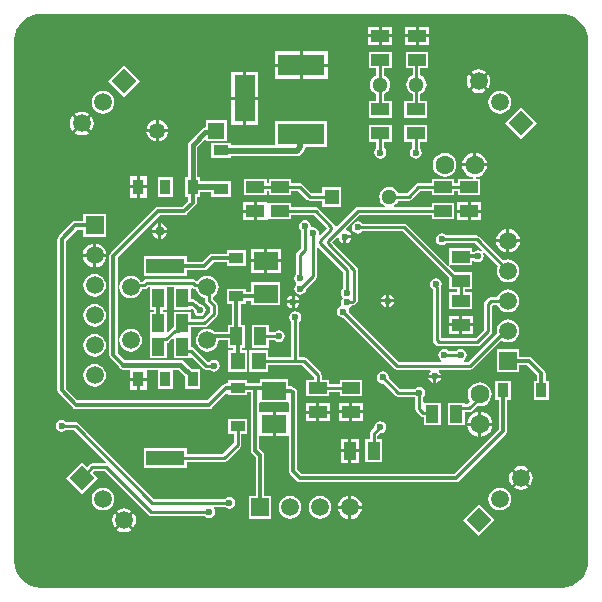
<source format=gbl>
G04*
G04 #@! TF.GenerationSoftware,Altium Limited,Altium Designer,20.0.10 (225)*
G04*
G04 Layer_Physical_Order=2*
G04 Layer_Color=16711680*
%FSLAX25Y25*%
%MOIN*%
G70*
G01*
G75*
%ADD18C,0.01000*%
%ADD37R,0.04000X0.06000*%
%ADD42C,0.01181*%
%ADD43C,0.06299*%
%ADD44C,0.05906*%
%ADD45R,0.07087X0.15748*%
%ADD46R,0.15748X0.07087*%
%ADD47R,0.05315X0.05315*%
%ADD48C,0.05315*%
%ADD49R,0.05906X0.05906*%
%ADD50R,0.05906X0.05906*%
%ADD51C,0.05118*%
%ADD52P,0.08352X4X270.0*%
%ADD53P,0.08352X4X180.0*%
%ADD54R,0.05039X0.05039*%
%ADD55C,0.05039*%
%ADD56C,0.02362*%
%ADD57C,0.03150*%
%ADD58R,0.12756X0.05158*%
%ADD59R,0.03661X0.05158*%
%ADD60R,0.06000X0.04000*%
%ADD61R,0.03583X0.04803*%
%ADD62R,0.04724X0.05512*%
%ADD63R,0.04803X0.03583*%
%ADD64R,0.08000X0.06000*%
%ADD65C,0.01575*%
%ADD66C,0.01968*%
G36*
X186805Y193914D02*
X188502Y193399D01*
X190067Y192563D01*
X191438Y191438D01*
X192563Y190067D01*
X193399Y188502D01*
X193914Y186805D01*
X194081Y185115D01*
X194071Y185039D01*
Y11811D01*
X194081Y11736D01*
X193914Y10046D01*
X193399Y8348D01*
X192563Y6784D01*
X191438Y5413D01*
X190067Y4287D01*
X188502Y3451D01*
X186805Y2936D01*
X185527Y2810D01*
X185039Y2780D01*
X184545Y2780D01*
X12307D01*
X11811Y2780D01*
X11324Y2810D01*
X10046Y2936D01*
X8348Y3451D01*
X6784Y4287D01*
X5413Y5413D01*
X4287Y6784D01*
X3451Y8348D01*
X2936Y10046D01*
X2810Y11324D01*
X2780Y11811D01*
X2780Y12311D01*
X2780Y184544D01*
X2780Y185039D01*
X2810Y185527D01*
X2936Y186805D01*
X3451Y188502D01*
X4287Y190067D01*
X5413Y191438D01*
X6784Y192563D01*
X8348Y193399D01*
X10046Y193914D01*
X11736Y194081D01*
X11811Y194071D01*
X185039D01*
X185115Y194081D01*
X186805Y193914D01*
D02*
G37*
%LPC*%
G36*
X128803Y189677D02*
X125303D01*
Y187177D01*
X128803D01*
Y189677D01*
D02*
G37*
G36*
X124303D02*
X120803D01*
Y187177D01*
X124303D01*
Y189677D01*
D02*
G37*
G36*
X141008Y189677D02*
X137508D01*
Y187177D01*
X141008D01*
Y189677D01*
D02*
G37*
G36*
X136508D02*
X133008D01*
Y187177D01*
X136508D01*
Y189677D01*
D02*
G37*
G36*
X128803Y186177D02*
X125303D01*
Y183677D01*
X128803D01*
Y186177D01*
D02*
G37*
G36*
X124303D02*
X120803D01*
Y183677D01*
X124303D01*
Y186177D01*
D02*
G37*
G36*
X141008Y186177D02*
X137508D01*
Y183677D01*
X141008D01*
Y186177D01*
D02*
G37*
G36*
X136508D02*
X133008D01*
Y183677D01*
X136508D01*
Y186177D01*
D02*
G37*
G36*
X107299Y181512D02*
X98925D01*
Y177469D01*
X107299D01*
Y181512D01*
D02*
G37*
G36*
X97925D02*
X89551D01*
Y177469D01*
X97925D01*
Y181512D01*
D02*
G37*
G36*
X107299Y176469D02*
X98925D01*
Y172425D01*
X107299D01*
Y176469D01*
D02*
G37*
G36*
X97925D02*
X89551D01*
Y172425D01*
X97925D01*
Y176469D01*
D02*
G37*
G36*
X157496Y175625D02*
X156464Y175489D01*
X155502Y175091D01*
X155077Y174764D01*
X157496Y172345D01*
X159915Y174764D01*
X159489Y175091D01*
X158528Y175489D01*
X157496Y175625D01*
D02*
G37*
G36*
X160622Y174057D02*
X158203Y171638D01*
X160622Y169219D01*
X160949Y169645D01*
X161347Y170606D01*
X161483Y171638D01*
X161347Y172670D01*
X160949Y173631D01*
X160622Y174057D01*
D02*
G37*
G36*
X154370Y174057D02*
X154043Y173631D01*
X153645Y172670D01*
X153509Y171638D01*
X153645Y170606D01*
X154043Y169645D01*
X154370Y169219D01*
X156789Y171638D01*
X154370Y174057D01*
D02*
G37*
G36*
X157496Y170931D02*
X155077Y168512D01*
X155502Y168185D01*
X156464Y167787D01*
X157496Y167651D01*
X158528Y167787D01*
X159489Y168185D01*
X159915Y168512D01*
X157496Y170931D01*
D02*
G37*
G36*
X84071Y174819D02*
X80028D01*
Y166445D01*
X84071D01*
Y174819D01*
D02*
G37*
G36*
X79028D02*
X74984D01*
Y166445D01*
X79028D01*
Y174819D01*
D02*
G37*
G36*
X39355Y176927D02*
X34065Y171638D01*
X39355Y166349D01*
X44644Y171638D01*
X39355Y176927D01*
D02*
G37*
G36*
X164567Y168339D02*
X163591Y168211D01*
X162681Y167834D01*
X161899Y167234D01*
X161300Y166453D01*
X160923Y165543D01*
X160794Y164567D01*
X160923Y163591D01*
X161300Y162681D01*
X161899Y161899D01*
X162681Y161300D01*
X163591Y160923D01*
X164567Y160794D01*
X165543Y160923D01*
X166453Y161300D01*
X167234Y161899D01*
X167834Y162681D01*
X168211Y163591D01*
X168339Y164567D01*
X168211Y165543D01*
X167834Y166453D01*
X167234Y167234D01*
X166453Y167834D01*
X165543Y168211D01*
X164567Y168339D01*
D02*
G37*
G36*
X32283D02*
X31307Y168211D01*
X30397Y167834D01*
X29616Y167234D01*
X29016Y166453D01*
X28640Y165543D01*
X28511Y164567D01*
X28640Y163591D01*
X29016Y162681D01*
X29616Y161899D01*
X30397Y161300D01*
X31307Y160923D01*
X32283Y160794D01*
X33260Y160923D01*
X34170Y161300D01*
X34951Y161899D01*
X35550Y162681D01*
X35927Y163591D01*
X36056Y164567D01*
X35927Y165543D01*
X35550Y166453D01*
X34951Y167234D01*
X34170Y167834D01*
X33260Y168211D01*
X32283Y168339D01*
D02*
G37*
G36*
X140795Y181465D02*
X133221D01*
Y175890D01*
X135498D01*
Y173551D01*
X135123Y173396D01*
X134424Y172859D01*
X133888Y172160D01*
X133551Y171346D01*
X133436Y170472D01*
X133551Y169599D01*
X133888Y168785D01*
X134424Y168086D01*
X135123Y167549D01*
X135498Y167394D01*
Y165055D01*
X132827D01*
Y159480D01*
X140402D01*
Y165055D01*
X138124D01*
Y167394D01*
X138499Y167549D01*
X139198Y168086D01*
X139734Y168785D01*
X140071Y169599D01*
X140186Y170472D01*
X140071Y171346D01*
X139734Y172160D01*
X139198Y172859D01*
X138499Y173396D01*
X138124Y173551D01*
Y175890D01*
X140795D01*
Y181465D01*
D02*
G37*
G36*
X128591Y181465D02*
X121016D01*
Y175890D01*
X123294D01*
Y173551D01*
X122919Y173396D01*
X122220Y172859D01*
X121683Y172160D01*
X121346Y171346D01*
X121231Y170472D01*
X121346Y169599D01*
X121683Y168785D01*
X122220Y168086D01*
X122919Y167549D01*
X123294Y167394D01*
Y165055D01*
X121016D01*
Y159480D01*
X128591D01*
Y165055D01*
X125919D01*
Y167394D01*
X126294Y167549D01*
X126993Y168086D01*
X127529Y168785D01*
X127867Y169599D01*
X127982Y170472D01*
X127867Y171346D01*
X127529Y172160D01*
X126993Y172859D01*
X126294Y173396D01*
X125919Y173551D01*
Y175890D01*
X128591D01*
Y181465D01*
D02*
G37*
G36*
X25212Y161483D02*
X24181Y161347D01*
X23219Y160949D01*
X22793Y160622D01*
X25212Y158203D01*
X27631Y160622D01*
X27206Y160949D01*
X26244Y161347D01*
X25212Y161483D01*
D02*
G37*
G36*
X84071Y165445D02*
X80028D01*
Y157071D01*
X84071D01*
Y165445D01*
D02*
G37*
G36*
X79028D02*
X74984D01*
Y157071D01*
X79028D01*
Y165445D01*
D02*
G37*
G36*
X50894Y158741D02*
Y155618D01*
X54017D01*
X53957Y156073D01*
X53588Y156963D01*
X53002Y157727D01*
X52238Y158313D01*
X51349Y158681D01*
X50894Y158741D01*
D02*
G37*
G36*
X49894D02*
X49439Y158681D01*
X48549Y158313D01*
X47785Y157727D01*
X47199Y156963D01*
X46830Y156073D01*
X46771Y155618D01*
X49894D01*
Y158741D01*
D02*
G37*
G36*
X22086Y159915D02*
X21760Y159489D01*
X21361Y158528D01*
X21226Y157496D01*
X21361Y156464D01*
X21760Y155502D01*
X22086Y155077D01*
X24505Y157496D01*
X22086Y159915D01*
D02*
G37*
G36*
X28339D02*
X25919Y157496D01*
X28339Y155077D01*
X28665Y155502D01*
X29063Y156464D01*
X29199Y157496D01*
X29063Y158528D01*
X28665Y159489D01*
X28339Y159915D01*
D02*
G37*
G36*
X25212Y156789D02*
X22793Y154370D01*
X23219Y154043D01*
X24181Y153645D01*
X25212Y153509D01*
X26244Y153645D01*
X27206Y154043D01*
X27631Y154370D01*
X25212Y156789D01*
D02*
G37*
G36*
X171638Y162785D02*
X166349Y157496D01*
X171638Y152207D01*
X176927Y157496D01*
X171638Y162785D01*
D02*
G37*
G36*
X73524Y158563D02*
X66634D01*
Y156496D01*
X66342Y156136D01*
X65727Y156014D01*
X65206Y155666D01*
X61030Y151490D01*
X60682Y150969D01*
X60560Y150354D01*
X60560Y150354D01*
Y139764D01*
X59547D01*
Y133031D01*
X60760D01*
Y131738D01*
X58773Y129751D01*
X50787D01*
X50250Y129645D01*
X49794Y129340D01*
X34833Y114379D01*
X34529Y113924D01*
X34422Y113386D01*
Y80287D01*
X34529Y79749D01*
X34833Y79294D01*
X37550Y76577D01*
X37577Y76438D01*
X37925Y75918D01*
X38446Y75569D01*
X39061Y75447D01*
X41303D01*
Y72724D01*
X46965D01*
Y75447D01*
X50532D01*
Y68858D01*
X55768D01*
Y75447D01*
X57420D01*
X59547Y73320D01*
Y68858D01*
X64784D01*
Y75590D01*
X61818D01*
X59220Y78188D01*
X58699Y78536D01*
X58085Y78659D01*
X58085Y78659D01*
X39442D01*
X37232Y80869D01*
Y112804D01*
X51369Y126942D01*
X59355D01*
X59893Y127049D01*
X60349Y127353D01*
X63159Y130163D01*
X63463Y130619D01*
X63570Y131156D01*
Y133031D01*
X64784D01*
Y134591D01*
X68465D01*
Y133110D01*
X74843D01*
Y138268D01*
X68465D01*
Y138204D01*
X64784D01*
Y139764D01*
X63771D01*
Y149689D01*
X66172Y152090D01*
X66634Y151899D01*
Y151673D01*
X73524D01*
Y158563D01*
D02*
G37*
G36*
X54017Y154618D02*
X50894D01*
Y151495D01*
X51349Y151555D01*
X52238Y151923D01*
X53002Y152510D01*
X53588Y153274D01*
X53957Y154163D01*
X54017Y154618D01*
D02*
G37*
G36*
X49894D02*
X46771D01*
X46830Y154163D01*
X47199Y153274D01*
X47785Y152510D01*
X48549Y151923D01*
X49439Y151555D01*
X49894Y151495D01*
Y154618D01*
D02*
G37*
G36*
X107087Y158465D02*
X89764D01*
Y150232D01*
X74843D01*
Y151142D01*
X68465D01*
Y145984D01*
X74843D01*
Y146619D01*
X96878D01*
X97570Y146756D01*
X98156Y147148D01*
X99309Y148301D01*
X99700Y148887D01*
X99838Y149578D01*
Y149803D01*
X107087D01*
Y158465D01*
D02*
G37*
G36*
X140402Y157055D02*
X132827D01*
Y151480D01*
X135301D01*
Y149290D01*
X135195Y149219D01*
X134760Y148568D01*
X134607Y147800D01*
X134760Y147032D01*
X135195Y146381D01*
X135846Y145946D01*
X136614Y145793D01*
X137382Y145946D01*
X138033Y146381D01*
X138469Y147032D01*
X138621Y147800D01*
X138469Y148568D01*
X138033Y149219D01*
X137927Y149290D01*
Y151480D01*
X140402D01*
Y157055D01*
D02*
G37*
G36*
X128591D02*
X121016D01*
Y151480D01*
X123491D01*
Y149290D01*
X123384Y149219D01*
X122949Y148568D01*
X122796Y147800D01*
X122949Y147032D01*
X123384Y146381D01*
X124035Y145946D01*
X124803Y145793D01*
X125571Y145946D01*
X126222Y146381D01*
X126657Y147032D01*
X126810Y147800D01*
X126657Y148568D01*
X126222Y149219D01*
X126116Y149290D01*
Y151480D01*
X128591D01*
Y157055D01*
D02*
G37*
G36*
X156681Y147820D02*
Y144201D01*
X160301D01*
X160224Y144784D01*
X159806Y145793D01*
X159141Y146660D01*
X158274Y147326D01*
X157264Y147744D01*
X156681Y147820D01*
D02*
G37*
G36*
X155681D02*
X155098Y147744D01*
X154088Y147326D01*
X153222Y146660D01*
X152556Y145793D01*
X152138Y144784D01*
X152061Y144201D01*
X155681D01*
Y147820D01*
D02*
G37*
G36*
X146181Y147672D02*
X145153Y147536D01*
X144196Y147140D01*
X143373Y146509D01*
X142742Y145686D01*
X142345Y144729D01*
X142210Y143701D01*
X142345Y142673D01*
X142742Y141715D01*
X143373Y140893D01*
X144196Y140262D01*
X145153Y139865D01*
X146181Y139730D01*
X147209Y139865D01*
X148167Y140262D01*
X148989Y140893D01*
X149620Y141715D01*
X150017Y142673D01*
X150152Y143701D01*
X150017Y144729D01*
X149620Y145686D01*
X148989Y146509D01*
X148167Y147140D01*
X147209Y147536D01*
X146181Y147672D01*
D02*
G37*
G36*
X95126Y139071D02*
X87551D01*
Y137596D01*
X86858D01*
Y139071D01*
X79283D01*
Y133496D01*
X86858D01*
Y134971D01*
X87551D01*
Y133496D01*
X95126D01*
Y134908D01*
X97488D01*
X100253Y132143D01*
X100679Y131858D01*
X101181Y131758D01*
X105197D01*
Y129764D01*
X111811D01*
Y136378D01*
X105197D01*
Y134383D01*
X101725D01*
X98960Y137149D01*
X98534Y137433D01*
X98032Y137533D01*
X95126D01*
Y139071D01*
D02*
G37*
G36*
X160301Y143201D02*
X152061D01*
X152138Y142617D01*
X152556Y141608D01*
X153222Y140741D01*
X154088Y140076D01*
X155098Y139658D01*
X155760Y139571D01*
X155727Y139071D01*
X150543D01*
Y137596D01*
X149457D01*
Y139071D01*
X141882D01*
Y137596D01*
X137465D01*
X136962Y137496D01*
X136536Y137212D01*
X133708Y134383D01*
X130752D01*
X130605Y134739D01*
X130075Y135430D01*
X129384Y135960D01*
X128580Y136293D01*
X127717Y136407D01*
X126853Y136293D01*
X126049Y135960D01*
X125358Y135430D01*
X124828Y134739D01*
X124495Y133934D01*
X124381Y133071D01*
X124495Y132208D01*
X124828Y131403D01*
X125358Y130712D01*
X126049Y130182D01*
X126257Y130096D01*
X126157Y129596D01*
X117260D01*
X116758Y129496D01*
X116332Y129212D01*
X110241Y123121D01*
X109708Y123295D01*
X109657Y123554D01*
X109372Y123980D01*
X104141Y129212D01*
X103715Y129496D01*
X103213Y129596D01*
X95126D01*
Y131071D01*
X87571D01*
X87551Y131071D01*
X87071Y131118D01*
Y131283D01*
X83571D01*
Y128284D01*
Y125284D01*
X87071D01*
Y125449D01*
X87551Y125496D01*
X87571Y125496D01*
X95126D01*
Y126971D01*
X102669D01*
X107002Y122638D01*
X104792Y120428D01*
X104331Y120674D01*
X104369Y120866D01*
X104217Y121634D01*
X103781Y122285D01*
X103130Y122720D01*
X102362Y122873D01*
X102006Y122802D01*
X101581Y123228D01*
X101613Y123390D01*
X101461Y124159D01*
X101025Y124810D01*
X100374Y125245D01*
X99606Y125398D01*
X98838Y125245D01*
X98187Y124810D01*
X97752Y124159D01*
X97599Y123390D01*
X97752Y122622D01*
X98187Y121971D01*
X98294Y121900D01*
Y115877D01*
X97103Y114687D01*
X96819Y114261D01*
X96719Y113759D01*
Y107396D01*
X96612Y107325D01*
X96177Y106674D01*
X96024Y105905D01*
X96177Y105137D01*
X96612Y104486D01*
X96766Y104384D01*
Y103884D01*
X96612Y103781D01*
X96177Y103130D01*
X96024Y102362D01*
X96177Y101594D01*
X96612Y100943D01*
X97263Y100508D01*
X98032Y100355D01*
X98800Y100508D01*
X99451Y100943D01*
X99886Y101594D01*
X100039Y102362D01*
X100014Y102488D01*
X103290Y105765D01*
X103575Y106191D01*
X103675Y106693D01*
Y115863D01*
X104137Y116054D01*
X112192Y107999D01*
Y102492D01*
X112086Y102421D01*
X111651Y101770D01*
X111498Y101002D01*
X111651Y100233D01*
X111996Y99717D01*
X112228Y99271D01*
X111793Y98620D01*
X111641Y97852D01*
X111779Y97157D01*
X111747Y96951D01*
X111634Y96678D01*
X111521Y96591D01*
X110882Y96164D01*
X110447Y95512D01*
X110294Y94744D01*
X110447Y93976D01*
X110882Y93325D01*
X111533Y92890D01*
X112301Y92737D01*
X112427Y92762D01*
X129346Y75844D01*
X129771Y75559D01*
X130274Y75459D01*
X141426D01*
X141578Y74959D01*
X141341Y74801D01*
X140859Y74079D01*
X140789Y73728D01*
X145038D01*
X144968Y74079D01*
X144486Y74801D01*
X144249Y74959D01*
X144401Y75459D01*
X154724D01*
X155227Y75559D01*
X155653Y75844D01*
X165171Y85362D01*
X165437Y85158D01*
X166347Y84781D01*
X167323Y84653D01*
X168299Y84781D01*
X169209Y85158D01*
X169990Y85758D01*
X170590Y86539D01*
X170967Y87449D01*
X171095Y88425D01*
X170967Y89402D01*
X170590Y90311D01*
X169990Y91093D01*
X169209Y91692D01*
X168299Y92069D01*
X167323Y92198D01*
X166347Y92069D01*
X165437Y91692D01*
X164655Y91093D01*
X164056Y90311D01*
X163679Y89402D01*
X163550Y88425D01*
X163663Y87567D01*
X154181Y78084D01*
X152680D01*
X152528Y78584D01*
X152994Y78896D01*
X153429Y79547D01*
X153582Y80315D01*
X153429Y81083D01*
X152994Y81734D01*
X152343Y82169D01*
X151575Y82322D01*
X150807Y82169D01*
X150156Y81734D01*
X150084Y81628D01*
X147553D01*
X147482Y81734D01*
X146831Y82169D01*
X146063Y82322D01*
X145295Y82169D01*
X144644Y81734D01*
X144209Y81083D01*
X144056Y80315D01*
X144209Y79547D01*
X144644Y78896D01*
X145110Y78584D01*
X144958Y78084D01*
X130817D01*
X114283Y94619D01*
X114308Y94744D01*
X114170Y95439D01*
X114201Y95645D01*
X114314Y95918D01*
X114427Y96005D01*
X115067Y96433D01*
X115340Y96841D01*
X115556D01*
X116058Y96941D01*
X116484Y97225D01*
X117070Y97811D01*
X117354Y98237D01*
X117454Y98739D01*
Y108661D01*
X117354Y109164D01*
X117070Y109590D01*
X108746Y117913D01*
X110301Y119469D01*
X110844Y119304D01*
X110938Y118834D01*
X111420Y118113D01*
X112141Y117631D01*
X112492Y117561D01*
Y119685D01*
X112992D01*
Y120185D01*
X115117D01*
X115047Y120536D01*
X114565Y121257D01*
X113843Y121740D01*
X113373Y121833D01*
X113208Y122376D01*
X117804Y126971D01*
X141882D01*
Y125496D01*
X149457D01*
Y131071D01*
X141882D01*
Y129596D01*
X129276D01*
X129177Y130096D01*
X129384Y130182D01*
X130075Y130712D01*
X130605Y131403D01*
X130752Y131758D01*
X134252D01*
X134754Y131858D01*
X135180Y132143D01*
X138008Y134971D01*
X141882D01*
Y133496D01*
X149457D01*
Y134971D01*
X150543D01*
Y133496D01*
X158118D01*
Y139071D01*
X156635D01*
X156603Y139571D01*
X157264Y139658D01*
X158274Y140076D01*
X159141Y140741D01*
X159806Y141608D01*
X160224Y142617D01*
X160301Y143201D01*
D02*
G37*
G36*
X46965Y139976D02*
X44634D01*
Y136898D01*
X46965D01*
Y139976D01*
D02*
G37*
G36*
X43634D02*
X41303D01*
Y136898D01*
X43634D01*
Y139976D01*
D02*
G37*
G36*
X55768Y139764D02*
X50532D01*
Y133031D01*
X55768D01*
Y139764D01*
D02*
G37*
G36*
X46965Y135898D02*
X44634D01*
Y132819D01*
X46965D01*
Y135898D01*
D02*
G37*
G36*
X43634D02*
X41303D01*
Y132819D01*
X43634D01*
Y135898D01*
D02*
G37*
G36*
X82571Y131283D02*
X79071D01*
Y128784D01*
X82571D01*
Y131283D01*
D02*
G37*
G36*
X158331Y131283D02*
X154831D01*
Y128784D01*
X158331D01*
Y131283D01*
D02*
G37*
G36*
X153831D02*
X150331D01*
Y128784D01*
X153831D01*
Y131283D01*
D02*
G37*
G36*
X82571Y127784D02*
X79071D01*
Y125284D01*
X82571D01*
Y127784D01*
D02*
G37*
G36*
X158331Y127784D02*
X154831D01*
Y125284D01*
X158331D01*
Y127784D01*
D02*
G37*
G36*
X153831D02*
X150331D01*
Y125284D01*
X153831D01*
Y127784D01*
D02*
G37*
G36*
X51681Y124185D02*
Y122153D01*
X53712D01*
X53690Y122326D01*
X53430Y122952D01*
X53017Y123490D01*
X52480Y123903D01*
X51853Y124162D01*
X51681Y124185D01*
D02*
G37*
G36*
X50681D02*
X50509Y124162D01*
X49883Y123903D01*
X49345Y123490D01*
X48932Y122952D01*
X48673Y122326D01*
X48650Y122153D01*
X50681D01*
Y124185D01*
D02*
G37*
G36*
X33268Y127284D02*
X25787D01*
Y124948D01*
X23150D01*
X22612Y124841D01*
X22156Y124537D01*
X17511Y119891D01*
X17206Y119435D01*
X17099Y118898D01*
Y68504D01*
X17206Y67966D01*
X17511Y67510D01*
X22235Y62786D01*
X22691Y62481D01*
X23228Y62375D01*
X67716D01*
X68254Y62481D01*
X68710Y62786D01*
X73476Y67553D01*
X73976Y67345D01*
Y66850D01*
X80354D01*
Y68024D01*
X81666D01*
Y48425D01*
X81773Y47888D01*
X82077Y47432D01*
X83241Y46268D01*
Y33268D01*
X80905D01*
Y25787D01*
X88386D01*
Y33268D01*
X86051D01*
Y46850D01*
X85944Y47388D01*
X85639Y47844D01*
X84476Y49007D01*
Y53492D01*
X88870D01*
Y57492D01*
Y61492D01*
X84476D01*
Y64249D01*
X84583Y64705D01*
X94157D01*
X94264Y64249D01*
Y61492D01*
X89870D01*
Y57492D01*
Y53492D01*
X94264D01*
Y41732D01*
X94371Y41195D01*
X94676Y40739D01*
X97038Y38377D01*
X97494Y38072D01*
X98032Y37965D01*
X150000D01*
X150538Y38072D01*
X150994Y38377D01*
X166742Y54125D01*
X167046Y54580D01*
X167153Y55118D01*
Y65315D01*
X168189D01*
Y71693D01*
X163031D01*
Y65315D01*
X164343D01*
Y55700D01*
X149418Y40775D01*
X98614D01*
X97074Y42314D01*
Y67906D01*
X96967Y68444D01*
X96663Y68900D01*
X96077Y69486D01*
X95621Y69790D01*
X95083Y69897D01*
X94157D01*
Y72280D01*
X84583D01*
Y70834D01*
X80354D01*
Y72008D01*
X73976D01*
Y70834D01*
X73366D01*
X72829Y70727D01*
X72373Y70423D01*
X67135Y65184D01*
X23810D01*
X19909Y69086D01*
Y118316D01*
X23732Y122138D01*
X25787D01*
Y119803D01*
X33268D01*
Y127284D01*
D02*
G37*
G36*
X53712Y121153D02*
X51681D01*
Y119122D01*
X51853Y119145D01*
X52480Y119404D01*
X53017Y119817D01*
X53430Y120355D01*
X53690Y120981D01*
X53712Y121153D01*
D02*
G37*
G36*
X50681D02*
X48650D01*
X48673Y120981D01*
X48932Y120355D01*
X49345Y119817D01*
X49883Y119404D01*
X50509Y119145D01*
X50681Y119122D01*
Y121153D01*
D02*
G37*
G36*
X167823Y122346D02*
Y118925D01*
X171244D01*
X171174Y119457D01*
X170775Y120419D01*
X170142Y121244D01*
X169316Y121878D01*
X168355Y122276D01*
X167823Y122346D01*
D02*
G37*
G36*
X166823D02*
X166291Y122276D01*
X165329Y121878D01*
X164504Y121244D01*
X163870Y120419D01*
X163472Y119457D01*
X163402Y118925D01*
X166823D01*
Y122346D01*
D02*
G37*
G36*
X115117Y119185D02*
X113492D01*
Y117561D01*
X113843Y117631D01*
X114565Y118113D01*
X115047Y118834D01*
X115117Y119185D01*
D02*
G37*
G36*
X171244Y117925D02*
X167823D01*
Y114504D01*
X168355Y114574D01*
X169316Y114972D01*
X170142Y115606D01*
X170775Y116432D01*
X171174Y117393D01*
X171244Y117925D01*
D02*
G37*
G36*
X166823D02*
X163402D01*
X163472Y117393D01*
X163870Y116432D01*
X164504Y115606D01*
X165329Y114972D01*
X166291Y114574D01*
X166823Y114504D01*
Y117925D01*
D02*
G37*
G36*
X30028Y117464D02*
Y114043D01*
X33449D01*
X33379Y114575D01*
X32980Y115537D01*
X32347Y116362D01*
X31521Y116996D01*
X30559Y117394D01*
X30028Y117464D01*
D02*
G37*
G36*
X29028D02*
X28496Y117394D01*
X27534Y116996D01*
X26708Y116362D01*
X26075Y115537D01*
X25677Y114575D01*
X25607Y114043D01*
X29028D01*
Y117464D01*
D02*
G37*
G36*
X91614Y115799D02*
X87114D01*
Y112299D01*
X91614D01*
Y115799D01*
D02*
G37*
G36*
X86114D02*
X81614D01*
Y112299D01*
X86114D01*
Y115799D01*
D02*
G37*
G36*
X79961Y115315D02*
X73583D01*
Y114141D01*
X68695D01*
X68158Y114034D01*
X67702Y113730D01*
X65436Y111464D01*
X60315D01*
Y113425D01*
X45984D01*
Y106693D01*
X60315D01*
Y108654D01*
X66018D01*
X66556Y108761D01*
X67012Y109066D01*
X69278Y111331D01*
X73583D01*
Y110158D01*
X79961D01*
Y115315D01*
D02*
G37*
G36*
X33449Y113043D02*
X30028D01*
Y109622D01*
X30559Y109692D01*
X31521Y110091D01*
X32347Y110724D01*
X32980Y111550D01*
X33379Y112511D01*
X33449Y113043D01*
D02*
G37*
G36*
X29028D02*
X25607D01*
X25677Y112511D01*
X26075Y111550D01*
X26708Y110724D01*
X27534Y110091D01*
X28496Y109692D01*
X29028Y109622D01*
Y113043D01*
D02*
G37*
G36*
X91614Y111299D02*
X87114D01*
Y107799D01*
X91614D01*
Y111299D01*
D02*
G37*
G36*
X86114D02*
X81614D01*
Y107799D01*
X86114D01*
Y111299D01*
D02*
G37*
G36*
X67126Y106725D02*
X66150Y106597D01*
X65240Y106220D01*
X64459Y105620D01*
X63995Y105016D01*
X63464Y104978D01*
X63387Y105005D01*
X63133Y105259D01*
X62707Y105543D01*
X62205Y105643D01*
X46850D01*
X46348Y105543D01*
X45922Y105259D01*
X45476Y104813D01*
X44813D01*
X44802Y104839D01*
X44203Y105620D01*
X43422Y106220D01*
X42512Y106597D01*
X41535Y106725D01*
X40559Y106597D01*
X39649Y106220D01*
X38868Y105620D01*
X38268Y104839D01*
X37892Y103929D01*
X37763Y102953D01*
X37892Y101976D01*
X38268Y101067D01*
X38868Y100285D01*
X39649Y99686D01*
X40559Y99309D01*
X41535Y99180D01*
X42512Y99309D01*
X43422Y99686D01*
X44203Y100285D01*
X44802Y101067D01*
X45179Y101976D01*
X45207Y102187D01*
X46020D01*
X46522Y102287D01*
X46948Y102572D01*
X47394Y103018D01*
X47508D01*
X48000Y103000D01*
Y95425D01*
X49382D01*
Y94732D01*
X47937D01*
Y87157D01*
X47937Y87157D01*
X47937Y86858D01*
X47937D01*
X47937Y86658D01*
Y79283D01*
X53512D01*
Y84290D01*
X53853Y84358D01*
X54279Y84643D01*
X55475Y85839D01*
X55937Y85648D01*
Y79283D01*
X61512D01*
Y79286D01*
X61974Y79477D01*
X65607Y75844D01*
X66033Y75559D01*
X66536Y75459D01*
X67801D01*
X67872Y75352D01*
X68523Y74917D01*
X69291Y74765D01*
X70059Y74917D01*
X70711Y75352D01*
X71146Y76004D01*
X71298Y76772D01*
X71146Y77540D01*
X70711Y78191D01*
X70059Y78626D01*
X69291Y78779D01*
X68523Y78626D01*
X67872Y78191D01*
X67801Y78084D01*
X67079D01*
X62567Y82597D01*
X62141Y82881D01*
X61639Y82981D01*
X61512D01*
Y86858D01*
X61512Y86858D01*
X61512Y87157D01*
X61512D01*
X61512Y87358D01*
Y89632D01*
X66142D01*
X66644Y89732D01*
X67070Y90017D01*
X70199Y93146D01*
X70483Y93572D01*
X70583Y94074D01*
Y96777D01*
X70483Y97280D01*
X70199Y97705D01*
X68861Y99044D01*
Y99623D01*
X69012Y99686D01*
X69793Y100285D01*
X70393Y101067D01*
X70770Y101976D01*
X70898Y102953D01*
X70770Y103929D01*
X70393Y104839D01*
X69793Y105620D01*
X69012Y106220D01*
X68102Y106597D01*
X67126Y106725D01*
D02*
G37*
G36*
X117323Y124842D02*
X116555Y124689D01*
X115904Y124254D01*
X115469Y123603D01*
X115316Y122835D01*
X115469Y122067D01*
X115904Y121415D01*
X116555Y120980D01*
X117323Y120828D01*
X118091Y120980D01*
X118742Y121415D01*
X118813Y121522D01*
X132252D01*
X147787Y105986D01*
Y102268D01*
X150262D01*
Y101276D01*
X147787D01*
Y95701D01*
X155362D01*
Y101276D01*
X152887D01*
Y102268D01*
X155362D01*
Y107843D01*
X149644D01*
X147670Y109816D01*
X147926Y110268D01*
X148230Y110268D01*
X155362D01*
Y111669D01*
X155862Y111785D01*
X156474Y111376D01*
X157242Y111223D01*
X158010Y111376D01*
X158661Y111811D01*
X159097Y112462D01*
X159249Y113230D01*
X159097Y113998D01*
X158916Y114269D01*
X159304Y114588D01*
X163917Y109975D01*
X163679Y109402D01*
X163550Y108425D01*
X163679Y107449D01*
X164056Y106539D01*
X164655Y105758D01*
X165437Y105158D01*
X166347Y104781D01*
X167323Y104653D01*
X168299Y104781D01*
X169209Y105158D01*
X169990Y105758D01*
X170590Y106539D01*
X170967Y107449D01*
X171095Y108425D01*
X170967Y109402D01*
X170590Y110311D01*
X169990Y111093D01*
X169209Y111692D01*
X168299Y112069D01*
X167323Y112198D01*
X166347Y112069D01*
X165773Y111831D01*
X157779Y119826D01*
X157353Y120110D01*
X156850Y120210D01*
X146766D01*
X146695Y120317D01*
X146044Y120752D01*
X145276Y120905D01*
X144508Y120752D01*
X143856Y120317D01*
X143421Y119666D01*
X143269Y118898D01*
X143421Y118130D01*
X143856Y117478D01*
X144508Y117043D01*
X145276Y116891D01*
X146044Y117043D01*
X146695Y117478D01*
X146766Y117585D01*
X156307D01*
X158600Y115292D01*
X158281Y114904D01*
X158010Y115085D01*
X157242Y115237D01*
X156474Y115085D01*
X155862Y114676D01*
X155362Y114791D01*
Y115842D01*
X147787D01*
Y110746D01*
X147787Y110406D01*
X147336Y110150D01*
X133723Y123763D01*
X133298Y124047D01*
X132795Y124147D01*
X118813D01*
X118742Y124254D01*
X118091Y124689D01*
X117323Y124842D01*
D02*
G37*
G36*
X91402Y104587D02*
X81827D01*
Y101267D01*
X79961D01*
Y102441D01*
X73583D01*
Y97284D01*
X75367D01*
Y90402D01*
X73921D01*
Y88019D01*
X69782D01*
X69672Y87997D01*
X69012Y88503D01*
X68102Y88880D01*
X67126Y89009D01*
X66150Y88880D01*
X65240Y88503D01*
X64459Y87904D01*
X63859Y87122D01*
X63482Y86213D01*
X63354Y85236D01*
X63482Y84260D01*
X63859Y83350D01*
X64459Y82569D01*
X65240Y81969D01*
X66150Y81592D01*
X67126Y81464D01*
X68102Y81592D01*
X69012Y81969D01*
X69793Y82569D01*
X70393Y83350D01*
X70770Y84260D01*
X70895Y85209D01*
X73921D01*
Y82827D01*
X75760D01*
Y81890D01*
X74016D01*
Y74803D01*
X80315D01*
Y81890D01*
X78570D01*
Y82827D01*
X79496D01*
Y90402D01*
X78177D01*
Y97284D01*
X79961D01*
Y98457D01*
X81827D01*
Y97012D01*
X91402D01*
Y104587D01*
D02*
G37*
G36*
X29528Y107316D02*
X28551Y107187D01*
X27641Y106810D01*
X26860Y106211D01*
X26261Y105429D01*
X25884Y104520D01*
X25755Y103543D01*
X25884Y102567D01*
X26261Y101657D01*
X26860Y100876D01*
X27641Y100276D01*
X28551Y99899D01*
X29528Y99771D01*
X30504Y99899D01*
X31414Y100276D01*
X32195Y100876D01*
X32795Y101657D01*
X33171Y102567D01*
X33300Y103543D01*
X33171Y104520D01*
X32795Y105429D01*
X32195Y106211D01*
X31414Y106810D01*
X30504Y107187D01*
X29528Y107316D01*
D02*
G37*
G36*
X127665Y100550D02*
Y98925D01*
X129290D01*
X129220Y99276D01*
X128738Y99998D01*
X128016Y100480D01*
X127665Y100550D01*
D02*
G37*
G36*
X126665D02*
X126314Y100480D01*
X125593Y99998D01*
X125111Y99276D01*
X125041Y98925D01*
X126665D01*
Y100550D01*
D02*
G37*
G36*
X96169Y100156D02*
Y98532D01*
X97794D01*
X97724Y98883D01*
X97242Y99604D01*
X96520Y100086D01*
X96169Y100156D01*
D02*
G37*
G36*
X95169D02*
X94818Y100086D01*
X94097Y99604D01*
X93615Y98883D01*
X93545Y98532D01*
X95169D01*
Y100156D01*
D02*
G37*
G36*
X129290Y97925D02*
X127665D01*
Y96301D01*
X128016Y96371D01*
X128738Y96853D01*
X129220Y97574D01*
X129290Y97925D01*
D02*
G37*
G36*
X126665D02*
X125041D01*
X125111Y97574D01*
X125593Y96853D01*
X126314Y96371D01*
X126665Y96301D01*
Y97925D01*
D02*
G37*
G36*
X97794Y97531D02*
X96169D01*
Y95907D01*
X96520Y95977D01*
X97242Y96459D01*
X97724Y97180D01*
X97794Y97531D01*
D02*
G37*
G36*
X95169D02*
X93545D01*
X93615Y97180D01*
X94097Y96459D01*
X94818Y95977D01*
X95169Y95907D01*
Y97531D01*
D02*
G37*
G36*
X143307Y105944D02*
X142539Y105791D01*
X141888Y105356D01*
X141453Y104705D01*
X141300Y103937D01*
X141453Y103169D01*
X141888Y102518D01*
X142388Y102183D01*
Y85232D01*
X142488Y84729D01*
X142773Y84303D01*
X143358Y83718D01*
X143784Y83433D01*
X144287Y83333D01*
X157087D01*
X157589Y83433D01*
X158015Y83718D01*
X161558Y87261D01*
X161843Y87687D01*
X161943Y88189D01*
Y96700D01*
X162355Y97113D01*
X163818D01*
X164056Y96539D01*
X164655Y95758D01*
X165437Y95158D01*
X166347Y94781D01*
X167323Y94653D01*
X168299Y94781D01*
X169209Y95158D01*
X169990Y95758D01*
X170590Y96539D01*
X170967Y97449D01*
X171095Y98425D01*
X170967Y99402D01*
X170590Y100311D01*
X169990Y101093D01*
X169209Y101692D01*
X168299Y102069D01*
X167323Y102198D01*
X166347Y102069D01*
X165437Y101692D01*
X164655Y101093D01*
X164056Y100311D01*
X163818Y99738D01*
X161811D01*
X161309Y99638D01*
X160883Y99353D01*
X159702Y98172D01*
X159417Y97746D01*
X159317Y97244D01*
Y88733D01*
X156543Y85958D01*
X145013D01*
Y102867D01*
X145001Y102929D01*
X145161Y103169D01*
X145314Y103937D01*
X145161Y104705D01*
X144726Y105356D01*
X144075Y105791D01*
X143307Y105944D01*
D02*
G37*
G36*
X155575Y93488D02*
X152075D01*
Y90988D01*
X155575D01*
Y93488D01*
D02*
G37*
G36*
X151075D02*
X147575D01*
Y90988D01*
X151075D01*
Y93488D01*
D02*
G37*
G36*
X29528Y97316D02*
X28551Y97187D01*
X27641Y96810D01*
X26860Y96211D01*
X26261Y95429D01*
X25884Y94520D01*
X25755Y93543D01*
X25884Y92567D01*
X26261Y91657D01*
X26860Y90876D01*
X27641Y90276D01*
X28551Y89899D01*
X29528Y89771D01*
X30504Y89899D01*
X31414Y90276D01*
X32195Y90876D01*
X32795Y91657D01*
X33171Y92567D01*
X33300Y93543D01*
X33171Y94520D01*
X32795Y95429D01*
X32195Y96211D01*
X31414Y96810D01*
X30504Y97187D01*
X29528Y97316D01*
D02*
G37*
G36*
X155575Y89988D02*
X152075D01*
Y87488D01*
X155575D01*
Y89988D01*
D02*
G37*
G36*
X151075D02*
X147575D01*
Y87488D01*
X151075D01*
Y89988D01*
D02*
G37*
G36*
X87496Y90402D02*
X81921D01*
Y82827D01*
X87496D01*
Y85302D01*
X89454D01*
X89526Y85195D01*
X90177Y84760D01*
X90945Y84607D01*
X91713Y84760D01*
X92364Y85195D01*
X92799Y85846D01*
X92952Y86614D01*
X92799Y87382D01*
X92364Y88033D01*
X91713Y88468D01*
X90945Y88621D01*
X90177Y88468D01*
X89526Y88033D01*
X89454Y87927D01*
X87496D01*
Y90402D01*
D02*
G37*
G36*
X41535Y89009D02*
X40559Y88880D01*
X39649Y88503D01*
X38868Y87904D01*
X38268Y87122D01*
X37892Y86213D01*
X37763Y85236D01*
X37892Y84260D01*
X38268Y83350D01*
X38868Y82569D01*
X39649Y81969D01*
X40559Y81592D01*
X41535Y81464D01*
X42512Y81592D01*
X43422Y81969D01*
X44203Y82569D01*
X44802Y83350D01*
X45179Y84260D01*
X45308Y85236D01*
X45179Y86213D01*
X44802Y87122D01*
X44203Y87904D01*
X43422Y88503D01*
X42512Y88880D01*
X41535Y89009D01*
D02*
G37*
G36*
X29528Y87316D02*
X28551Y87187D01*
X27641Y86810D01*
X26860Y86211D01*
X26261Y85430D01*
X25884Y84520D01*
X25755Y83543D01*
X25884Y82567D01*
X26261Y81657D01*
X26860Y80876D01*
X27641Y80276D01*
X28551Y79899D01*
X29528Y79771D01*
X30504Y79899D01*
X31414Y80276D01*
X32195Y80876D01*
X32795Y81657D01*
X33171Y82567D01*
X33300Y83543D01*
X33171Y84520D01*
X32795Y85430D01*
X32195Y86211D01*
X31414Y86810D01*
X30504Y87187D01*
X29528Y87316D01*
D02*
G37*
G36*
X96457Y94920D02*
X95689Y94768D01*
X95038Y94333D01*
X94602Y93682D01*
X94450Y92913D01*
X94602Y92145D01*
X95038Y91494D01*
X95144Y91423D01*
Y79659D01*
X87402D01*
Y81890D01*
X81102D01*
Y74803D01*
X87402D01*
Y77034D01*
X98669D01*
X102624Y73078D01*
Y72079D01*
X100150D01*
Y66504D01*
X107724D01*
Y68042D01*
X111173D01*
Y66567D01*
X118748D01*
Y72142D01*
X111173D01*
Y70667D01*
X107724D01*
Y72079D01*
X105250D01*
Y73622D01*
X105150Y74124D01*
X104865Y74550D01*
X100141Y79275D01*
X99715Y79559D01*
X99213Y79659D01*
X97769D01*
Y91423D01*
X97876Y91494D01*
X98311Y92145D01*
X98464Y92913D01*
X98311Y93682D01*
X97876Y94333D01*
X97225Y94768D01*
X96457Y94920D01*
D02*
G37*
G36*
X145038Y72728D02*
X143413D01*
Y71104D01*
X143764Y71174D01*
X144486Y71656D01*
X144968Y72377D01*
X145038Y72728D01*
D02*
G37*
G36*
X142413D02*
X140789D01*
X140859Y72377D01*
X141341Y71656D01*
X142062Y71174D01*
X142413Y71104D01*
Y72728D01*
D02*
G37*
G36*
X29528Y77316D02*
X28551Y77187D01*
X27641Y76810D01*
X26860Y76211D01*
X26261Y75429D01*
X25884Y74520D01*
X25755Y73543D01*
X25884Y72567D01*
X26261Y71657D01*
X26860Y70876D01*
X27641Y70276D01*
X28551Y69899D01*
X29528Y69771D01*
X30504Y69899D01*
X31414Y70276D01*
X32195Y70876D01*
X32795Y71657D01*
X33171Y72567D01*
X33300Y73543D01*
X33171Y74520D01*
X32795Y75429D01*
X32195Y76211D01*
X31414Y76810D01*
X30504Y77187D01*
X29528Y77316D01*
D02*
G37*
G36*
X46965Y71724D02*
X44634D01*
Y68646D01*
X46965D01*
Y71724D01*
D02*
G37*
G36*
X43634D02*
X41303D01*
Y68646D01*
X43634D01*
Y71724D01*
D02*
G37*
G36*
X171063Y82165D02*
X163583D01*
Y74685D01*
X171063D01*
Y76942D01*
X173828D01*
X177079Y73690D01*
Y71693D01*
X175906D01*
Y65315D01*
X181063D01*
Y71693D01*
X179889D01*
Y74272D01*
X179782Y74809D01*
X179478Y75265D01*
X175403Y79340D01*
X174947Y79645D01*
X174409Y79751D01*
X171063D01*
Y82165D01*
D02*
G37*
G36*
X157874Y71176D02*
X156846Y71040D01*
X155888Y70644D01*
X155066Y70013D01*
X154435Y69190D01*
X154038Y68233D01*
X153903Y67205D01*
X154038Y66177D01*
X154435Y65219D01*
X154722Y64846D01*
X153787Y63911D01*
X152850D01*
Y64417D01*
X147276D01*
Y56842D01*
X152850D01*
Y61286D01*
X154331D01*
X154833Y61386D01*
X155259Y61670D01*
X156945Y63356D01*
X157874Y63234D01*
X158902Y63369D01*
X159860Y63766D01*
X160682Y64397D01*
X161313Y65219D01*
X161710Y66177D01*
X161845Y67205D01*
X161710Y68233D01*
X161313Y69190D01*
X160682Y70013D01*
X159860Y70644D01*
X158902Y71040D01*
X157874Y71176D01*
D02*
G37*
G36*
X118961Y64354D02*
X115461D01*
Y61854D01*
X118961D01*
Y64354D01*
D02*
G37*
G36*
X114461D02*
X110961D01*
Y61854D01*
X114461D01*
Y64354D01*
D02*
G37*
G36*
X107937Y64291D02*
X104437D01*
Y61791D01*
X107937D01*
Y64291D01*
D02*
G37*
G36*
X103437D02*
X99937D01*
Y61791D01*
X103437D01*
Y64291D01*
D02*
G37*
G36*
X118961Y60854D02*
X115461D01*
Y58354D01*
X118961D01*
Y60854D01*
D02*
G37*
G36*
X114461D02*
X110961D01*
Y58354D01*
X114461D01*
Y60854D01*
D02*
G37*
G36*
X107937Y60791D02*
X104437D01*
Y58291D01*
X107937D01*
Y60791D01*
D02*
G37*
G36*
X103437D02*
X99937D01*
Y58291D01*
X103437D01*
Y60791D01*
D02*
G37*
G36*
X158374Y61324D02*
Y57705D01*
X161994D01*
X161917Y58288D01*
X161499Y59297D01*
X160834Y60164D01*
X159967Y60829D01*
X158957Y61247D01*
X158374Y61324D01*
D02*
G37*
G36*
X157374D02*
X156791Y61247D01*
X155781Y60829D01*
X154914Y60164D01*
X154249Y59297D01*
X153831Y58288D01*
X153754Y57705D01*
X157374D01*
Y61324D01*
D02*
G37*
G36*
X125591Y74842D02*
X124822Y74689D01*
X124171Y74254D01*
X123736Y73603D01*
X123583Y72835D01*
X123736Y72067D01*
X124171Y71415D01*
X124822Y70980D01*
X125591Y70828D01*
X125716Y70853D01*
X129780Y66788D01*
X130206Y66504D01*
X130709Y66404D01*
X136305D01*
X136376Y66297D01*
X136483Y66226D01*
Y62205D01*
X136583Y61702D01*
X136867Y61277D01*
X138221Y59923D01*
X138646Y59639D01*
X139149Y59539D01*
X139276D01*
Y56842D01*
X144850D01*
Y64417D01*
X139276D01*
X139108Y64848D01*
Y66226D01*
X139215Y66297D01*
X139650Y66948D01*
X139802Y67716D01*
X139650Y68485D01*
X139215Y69136D01*
X138563Y69571D01*
X137795Y69724D01*
X137027Y69571D01*
X136376Y69136D01*
X136305Y69029D01*
X131252D01*
X127573Y72709D01*
X127598Y72835D01*
X127445Y73603D01*
X127010Y74254D01*
X126359Y74689D01*
X125591Y74842D01*
D02*
G37*
G36*
X124803Y58306D02*
X124035Y58153D01*
X123384Y57718D01*
X122949Y57067D01*
X122796Y56299D01*
X122821Y56173D01*
X121576Y54928D01*
X121291Y54502D01*
X121191Y54000D01*
Y52213D01*
X119717D01*
Y44638D01*
X125291D01*
Y52213D01*
X123817D01*
Y53456D01*
X124677Y54317D01*
X124803Y54292D01*
X125571Y54445D01*
X126222Y54880D01*
X126657Y55531D01*
X126810Y56299D01*
X126657Y57067D01*
X126222Y57718D01*
X125571Y58153D01*
X124803Y58306D01*
D02*
G37*
G36*
X161994Y56705D02*
X158374D01*
Y53085D01*
X158957Y53162D01*
X159967Y53580D01*
X160834Y54245D01*
X161499Y55112D01*
X161917Y56121D01*
X161994Y56705D01*
D02*
G37*
G36*
X157374D02*
X153754D01*
X153831Y56121D01*
X154249Y55112D01*
X154914Y54245D01*
X155781Y53580D01*
X156791Y53162D01*
X157374Y53085D01*
Y56705D01*
D02*
G37*
G36*
X117504Y52425D02*
X115004D01*
Y48925D01*
X117504D01*
Y52425D01*
D02*
G37*
G36*
X114004D02*
X111504D01*
Y48925D01*
X114004D01*
Y52425D01*
D02*
G37*
G36*
X80354Y59134D02*
X73976D01*
Y53976D01*
X75853D01*
Y50937D01*
X72114Y47199D01*
X60315D01*
Y49252D01*
X45984D01*
Y42520D01*
X60315D01*
Y44573D01*
X72658D01*
X73160Y44673D01*
X73586Y44958D01*
X78093Y49466D01*
X78378Y49891D01*
X78478Y50394D01*
Y53976D01*
X80354D01*
Y59134D01*
D02*
G37*
G36*
X117504Y47925D02*
X115004D01*
Y44425D01*
X117504D01*
Y47925D01*
D02*
G37*
G36*
X114004D02*
X111504D01*
Y44425D01*
X114004D01*
Y47925D01*
D02*
G37*
G36*
X18504Y58700D02*
X17736Y58547D01*
X17085Y58112D01*
X16650Y57461D01*
X16497Y56693D01*
X16650Y55925D01*
X17085Y55274D01*
X17736Y54839D01*
X18504Y54686D01*
X19272Y54839D01*
X19923Y55274D01*
X19994Y55380D01*
X22685D01*
X33339Y44726D01*
X33132Y44226D01*
X28771D01*
X28269Y44126D01*
X27843Y43842D01*
X26929Y42927D01*
X25212Y44644D01*
X19923Y39355D01*
X25212Y34065D01*
X30502Y39355D01*
X28785Y41071D01*
X29315Y41601D01*
X32921D01*
X47497Y27025D01*
X47923Y26740D01*
X48425Y26640D01*
X66226D01*
X66297Y26534D01*
X66948Y26098D01*
X67716Y25946D01*
X68485Y26098D01*
X69136Y26534D01*
X69571Y27185D01*
X69724Y27953D01*
X69571Y28721D01*
X69191Y29290D01*
X69342Y29790D01*
X72930D01*
X73022Y29652D01*
X73673Y29217D01*
X74441Y29064D01*
X75209Y29217D01*
X75860Y29652D01*
X76295Y30303D01*
X76448Y31071D01*
X76295Y31839D01*
X75860Y32490D01*
X75209Y32925D01*
X74441Y33078D01*
X73673Y32925D01*
X73022Y32490D01*
X72972Y32415D01*
X49363D01*
X24157Y57621D01*
X23731Y57906D01*
X23228Y58005D01*
X19994D01*
X19923Y58112D01*
X19272Y58547D01*
X18504Y58700D01*
D02*
G37*
G36*
X171638Y43341D02*
X170606Y43205D01*
X169645Y42807D01*
X169219Y42481D01*
X171638Y40062D01*
X174057Y42481D01*
X173631Y42807D01*
X172670Y43205D01*
X171638Y43341D01*
D02*
G37*
G36*
X174764Y41774D02*
X172345Y39355D01*
X174764Y36935D01*
X175091Y37361D01*
X175489Y38323D01*
X175625Y39355D01*
X175489Y40386D01*
X175091Y41348D01*
X174764Y41774D01*
D02*
G37*
G36*
X168512Y41774D02*
X168185Y41348D01*
X167787Y40386D01*
X167651Y39355D01*
X167787Y38323D01*
X168185Y37361D01*
X168512Y36935D01*
X170931Y39355D01*
X168512Y41774D01*
D02*
G37*
G36*
X171638Y38647D02*
X169219Y36228D01*
X169645Y35902D01*
X170606Y35504D01*
X171638Y35368D01*
X172670Y35504D01*
X173631Y35902D01*
X174057Y36228D01*
X171638Y38647D01*
D02*
G37*
G36*
X115146Y33449D02*
Y30028D01*
X118567D01*
X118497Y30559D01*
X118098Y31521D01*
X117465Y32347D01*
X116639Y32980D01*
X115677Y33379D01*
X115146Y33449D01*
D02*
G37*
G36*
X114146D02*
X113614Y33379D01*
X112652Y32980D01*
X111827Y32347D01*
X111193Y31521D01*
X110795Y30559D01*
X110725Y30028D01*
X114146D01*
Y33449D01*
D02*
G37*
G36*
X164567Y36056D02*
X163591Y35927D01*
X162681Y35550D01*
X161899Y34951D01*
X161300Y34170D01*
X160923Y33260D01*
X160794Y32283D01*
X160923Y31307D01*
X161300Y30397D01*
X161899Y29616D01*
X162681Y29016D01*
X163591Y28640D01*
X164567Y28511D01*
X165543Y28640D01*
X166453Y29016D01*
X167234Y29616D01*
X167834Y30397D01*
X168211Y31307D01*
X168339Y32283D01*
X168211Y33260D01*
X167834Y34170D01*
X167234Y34951D01*
X166453Y35550D01*
X165543Y35927D01*
X164567Y36056D01*
D02*
G37*
G36*
X32283D02*
X31307Y35927D01*
X30397Y35550D01*
X29616Y34951D01*
X29016Y34170D01*
X28640Y33260D01*
X28511Y32283D01*
X28640Y31307D01*
X29016Y30397D01*
X29616Y29616D01*
X30397Y29016D01*
X31307Y28640D01*
X32283Y28511D01*
X33260Y28640D01*
X34170Y29016D01*
X34951Y29616D01*
X35550Y30397D01*
X35927Y31307D01*
X36056Y32283D01*
X35927Y33260D01*
X35550Y34170D01*
X34951Y34951D01*
X34170Y35550D01*
X33260Y35927D01*
X32283Y36056D01*
D02*
G37*
G36*
X39355Y29199D02*
X38323Y29063D01*
X37361Y28665D01*
X36935Y28339D01*
X39355Y25919D01*
X41774Y28339D01*
X41348Y28665D01*
X40386Y29063D01*
X39355Y29199D01*
D02*
G37*
G36*
X104646Y33300D02*
X103669Y33171D01*
X102760Y32795D01*
X101978Y32195D01*
X101379Y31414D01*
X101002Y30504D01*
X100873Y29528D01*
X101002Y28551D01*
X101379Y27641D01*
X101978Y26860D01*
X102760Y26261D01*
X103669Y25884D01*
X104646Y25755D01*
X105622Y25884D01*
X106532Y26261D01*
X107313Y26860D01*
X107913Y27641D01*
X108290Y28551D01*
X108418Y29528D01*
X108290Y30504D01*
X107913Y31414D01*
X107313Y32195D01*
X106532Y32795D01*
X105622Y33171D01*
X104646Y33300D01*
D02*
G37*
G36*
X94646D02*
X93669Y33171D01*
X92760Y32795D01*
X91978Y32195D01*
X91379Y31414D01*
X91002Y30504D01*
X90873Y29528D01*
X91002Y28551D01*
X91379Y27641D01*
X91978Y26860D01*
X92760Y26261D01*
X93669Y25884D01*
X94646Y25755D01*
X95622Y25884D01*
X96532Y26261D01*
X97313Y26860D01*
X97913Y27641D01*
X98290Y28551D01*
X98418Y29528D01*
X98290Y30504D01*
X97913Y31414D01*
X97313Y32195D01*
X96532Y32795D01*
X95622Y33171D01*
X94646Y33300D01*
D02*
G37*
G36*
X118567Y29028D02*
X115146D01*
Y25607D01*
X115677Y25677D01*
X116639Y26075D01*
X117465Y26708D01*
X118098Y27534D01*
X118497Y28496D01*
X118567Y29028D01*
D02*
G37*
G36*
X114146D02*
X110725D01*
X110795Y28496D01*
X111193Y27534D01*
X111827Y26708D01*
X112652Y26075D01*
X113614Y25677D01*
X114146Y25607D01*
Y29028D01*
D02*
G37*
G36*
X36228Y27631D02*
X35902Y27206D01*
X35504Y26244D01*
X35368Y25212D01*
X35504Y24181D01*
X35902Y23219D01*
X36228Y22793D01*
X38647Y25212D01*
X36228Y27631D01*
D02*
G37*
G36*
X42481D02*
X40062Y25212D01*
X42481Y22793D01*
X42807Y23219D01*
X43205Y24181D01*
X43341Y25212D01*
X43205Y26244D01*
X42807Y27206D01*
X42481Y27631D01*
D02*
G37*
G36*
X39355Y24505D02*
X36935Y22086D01*
X37361Y21760D01*
X38323Y21361D01*
X39355Y21226D01*
X40386Y21361D01*
X41348Y21760D01*
X41774Y22086D01*
X39355Y24505D01*
D02*
G37*
G36*
X157496Y30502D02*
X152207Y25212D01*
X157496Y19923D01*
X162785Y25212D01*
X157496Y30502D01*
D02*
G37*
%LPD*%
G36*
X56000Y103000D02*
X56000Y102518D01*
Y95425D01*
X61575D01*
Y95574D01*
X62075Y95781D01*
X62563Y95292D01*
X62560Y95276D01*
X62713Y94507D01*
X63148Y93856D01*
X63799Y93421D01*
X64567Y93269D01*
X65335Y93421D01*
X65986Y93856D01*
X66421Y94507D01*
X66574Y95276D01*
X66421Y96044D01*
X65986Y96695D01*
X65335Y97130D01*
X64567Y97283D01*
X64550Y97279D01*
X63368Y98461D01*
X62912Y98766D01*
X62375Y98873D01*
X61575D01*
Y102397D01*
X62075Y102604D01*
X62107Y102572D01*
X62533Y102287D01*
X63036Y102187D01*
X63454D01*
X63482Y101976D01*
X63859Y101067D01*
X64459Y100285D01*
X65240Y99686D01*
X66150Y99309D01*
X66235Y99298D01*
Y98500D01*
X66335Y97998D01*
X66620Y97572D01*
X67958Y96233D01*
Y94618D01*
X65598Y92257D01*
X61512D01*
Y94732D01*
X55937D01*
Y89700D01*
X55722Y89658D01*
X55296Y89373D01*
X53974Y88051D01*
X53512Y88242D01*
Y94732D01*
X52192D01*
Y95425D01*
X53575D01*
Y103000D01*
X54067Y103018D01*
X55507D01*
X56000Y103000D01*
D02*
G37*
D18*
X150063Y60630D02*
Y61098D01*
X157874Y66142D02*
Y67205D01*
X154331Y62598D02*
X157874Y66142D01*
X150063Y61098D02*
X151563Y62598D01*
X154331D01*
X158268Y66142D02*
Y66417D01*
X137795Y62205D02*
Y67716D01*
X141842Y60851D02*
X142063Y60630D01*
X139149Y60851D02*
X141842D01*
X137795Y62205D02*
X139149Y60851D01*
X84709Y86614D02*
X90945D01*
X125591Y72835D02*
X130709Y67716D01*
X137795D01*
X130274Y76772D02*
X154724D01*
X112301Y94744D02*
X130274Y76772D01*
X154724D02*
X166378Y88425D01*
X62205Y104331D02*
X63036Y103500D01*
X46850Y104331D02*
X62205D01*
X63036Y103500D02*
X66579D01*
X67548Y102531D01*
X42083Y103500D02*
X46020D01*
X46850Y104331D01*
X41535Y102953D02*
X42083Y103500D01*
X67548Y98500D02*
Y102531D01*
Y98500D02*
X69271Y96777D01*
Y94074D02*
Y96777D01*
X66142Y90945D02*
X69271Y94074D01*
X58724Y90945D02*
X66142D01*
X127717Y133071D02*
X127717Y133071D01*
X134252D01*
X151575Y98488D02*
Y105055D01*
X117323Y122835D02*
X132795D01*
X150575Y105055D01*
X151575D01*
X58724Y89945D02*
Y90945D01*
X57224Y88445D02*
X58724Y89945D01*
X56224Y88445D02*
X57224D01*
X53350Y85571D02*
X56224Y88445D01*
X52224Y85571D02*
X53350D01*
X50724Y84071D02*
X52224Y85571D01*
X50724Y83071D02*
Y84071D01*
X60127Y81669D02*
X61639D01*
X58724Y83071D02*
X60127Y81669D01*
X61639D02*
X66536Y76772D01*
X96457Y78346D02*
Y92913D01*
X66536Y76772D02*
X69291D01*
X53150Y110059D02*
X53150Y110059D01*
X117260Y128284D02*
X145669D01*
X107304Y118328D02*
X117260Y128284D01*
X103213Y128284D02*
X108444Y123052D01*
Y122224D02*
Y123052D01*
X104548Y118328D02*
X108444Y122224D01*
X104548Y117499D02*
Y118328D01*
Y117499D02*
X113505Y108542D01*
X122504Y54000D02*
X124803Y56299D01*
X161811Y98425D02*
X167323D01*
X160630Y97244D02*
X161811Y98425D01*
X160630Y88189D02*
Y97244D01*
X98032Y102362D02*
X102362Y106693D01*
Y120866D01*
X98032Y105905D02*
Y113759D01*
X99606Y115334D01*
X113565Y97852D02*
X113647D01*
X113386Y98032D02*
X113565Y97852D01*
X113386Y98032D02*
X113508Y98154D01*
X146063Y80315D02*
X151575D01*
X144287Y84646D02*
X157087D01*
X160630Y88189D01*
X165610Y68504D02*
X165748Y68366D01*
X136614Y147800D02*
Y154268D01*
X124803Y147800D02*
Y154268D01*
X99606Y115334D02*
Y123390D01*
X113505Y101002D02*
Y108542D01*
X107304Y117499D02*
Y118328D01*
Y117499D02*
X116142Y108661D01*
Y98739D02*
Y108661D01*
X91339Y128284D02*
X103213D01*
X143307Y103937D02*
X143492Y103752D01*
Y103075D02*
Y103752D01*
Y103075D02*
X143701Y102867D01*
Y85232D02*
Y102867D01*
Y85232D02*
X144287Y84646D01*
X48819Y31102D02*
X74410D01*
X74441Y31071D01*
X48425Y27953D02*
X67716D01*
X23228Y56693D02*
X48819Y31102D01*
X25212Y39355D02*
X28771Y42913D01*
X33465D02*
X48425Y27953D01*
X28771Y42913D02*
X33465D01*
X18504Y56693D02*
X23228D01*
X166378Y88425D02*
X167323D01*
X156850Y118898D02*
X167323Y108425D01*
X145276Y118898D02*
X156850D01*
X122504Y48031D02*
Y54000D01*
X113508Y98154D02*
X115556D01*
X116142Y98739D01*
X96457Y78346D02*
X99213D01*
X84252D02*
X96457D01*
X99213D02*
X103937Y73622D01*
Y69291D02*
Y73622D01*
X76709Y86614D02*
X77165Y86158D01*
X76709Y86614D02*
X76772Y86677D01*
X53150Y45886D02*
X72658D01*
X77165Y50394D02*
Y56555D01*
X72658Y45886D02*
X77165Y50394D01*
X88433Y69429D02*
X89370Y68492D01*
X103937Y69291D02*
X104000Y69354D01*
X103937Y69291D02*
X103937Y69291D01*
X104000Y69354D02*
X114961D01*
X136811Y162465D02*
Y170472D01*
X136614Y162268D02*
X136811Y162465D01*
Y178480D02*
X137008Y178677D01*
X136811Y170472D02*
Y178480D01*
X124606Y162465D02*
Y170472D01*
Y162465D02*
X124803Y162268D01*
X124606Y178480D02*
X124803Y178677D01*
X124606Y170472D02*
Y178480D01*
X167323Y78425D02*
X167402Y78347D01*
X145669Y136284D02*
X154331D01*
X137465D02*
X145669D01*
X134252Y133071D02*
X137465Y136284D01*
X91339Y136284D02*
X91402Y136221D01*
X98032D01*
X101181Y133071D01*
X108504D01*
X83071Y136284D02*
X91339D01*
X86614Y100799D02*
X86626Y100787D01*
X85677Y99862D02*
X86614Y100799D01*
D37*
X150063Y60630D02*
D03*
X142063D02*
D03*
X58724Y90945D02*
D03*
X50724D02*
D03*
X58724Y83071D02*
D03*
X50724D02*
D03*
X50787Y99213D02*
D03*
X58787D02*
D03*
X114504Y48425D02*
D03*
X122504D02*
D03*
X76709Y86614D02*
D03*
X84709D02*
D03*
D42*
X62375Y97468D02*
X64567Y95276D01*
X60197Y97468D02*
X62375D01*
X58787Y98877D02*
Y99213D01*
Y98877D02*
X60197Y97468D01*
X151575Y113055D02*
X151750Y113230D01*
X157242D01*
X69491Y154531D02*
X70079Y155118D01*
X62165Y131156D02*
Y136398D01*
X50787Y128347D02*
X59355D01*
X35827Y113386D02*
X50787Y128347D01*
X59355D02*
X62165Y131156D01*
X35827Y80287D02*
Y113386D01*
X67126Y85236D02*
X68404D01*
X69782Y86614D01*
X76709D01*
X35827Y80287D02*
X39061Y77053D01*
X50787Y91008D02*
Y99213D01*
X50724Y90945D02*
X50787Y91008D01*
X77165Y78346D02*
Y86158D01*
X68695Y112736D02*
X76772D01*
X66018Y110059D02*
X68695Y112736D01*
X53150Y110059D02*
X66018D01*
X18504Y68504D02*
Y118898D01*
X23150Y123543D02*
X29528D01*
X18504Y118898D02*
X23150Y123543D01*
X23228Y63779D02*
X67716D01*
X18504Y68504D02*
X23228Y63779D01*
X83071Y48425D02*
Y69429D01*
Y48425D02*
X84646Y46850D01*
X83071Y69429D02*
X88433D01*
X77165D02*
X83071D01*
X150000Y39370D02*
X165748Y55118D01*
X95669Y41732D02*
X98032Y39370D01*
X150000D01*
X95669Y41732D02*
Y67906D01*
X73366Y69429D02*
X77165D01*
X165748Y55118D02*
Y68366D01*
X89370Y68492D02*
X95083D01*
X95669Y67906D01*
X67716Y63779D02*
X73366Y69429D01*
X84646Y29528D02*
Y46850D01*
X76772Y86677D02*
Y99862D01*
X167402Y78347D02*
X174409D01*
X178484Y68504D02*
Y74272D01*
X174409Y78347D02*
X178484Y74272D01*
X76772Y99862D02*
X85677D01*
D43*
X157874Y67205D02*
D03*
Y57205D02*
D03*
X146181Y143701D02*
D03*
X156181D02*
D03*
D44*
X41535Y102953D02*
D03*
Y85236D02*
D03*
X67126Y102953D02*
D03*
Y85236D02*
D03*
X29528Y73543D02*
D03*
Y83543D02*
D03*
Y93543D02*
D03*
Y103543D02*
D03*
Y113543D02*
D03*
X94646Y29528D02*
D03*
X104646D02*
D03*
X114646D02*
D03*
X167323Y88425D02*
D03*
Y98425D02*
D03*
Y108425D02*
D03*
Y118425D02*
D03*
X32283Y164567D02*
D03*
X25212Y157496D02*
D03*
X164567Y164567D02*
D03*
X157496Y171638D02*
D03*
X164567Y32283D02*
D03*
X171638Y39355D02*
D03*
X32283Y32283D02*
D03*
X39355Y25212D02*
D03*
D45*
X79528Y165945D02*
D03*
D46*
X98425Y176969D02*
D03*
Y154134D02*
D03*
D47*
X70079Y155118D02*
D03*
D48*
X50394Y155118D02*
D03*
D49*
X29528Y123543D02*
D03*
X167323Y78425D02*
D03*
D50*
X84646Y29528D02*
D03*
D51*
X136811Y170472D02*
D03*
X124606D02*
D03*
D52*
X39355Y171638D02*
D03*
X157496Y25212D02*
D03*
D53*
X171638Y157496D02*
D03*
X25212Y39355D02*
D03*
D54*
X108504Y133071D02*
D03*
D55*
X127717D02*
D03*
D56*
X90945Y86614D02*
D03*
X137795Y67716D02*
D03*
X142913Y73228D02*
D03*
X125591Y72835D02*
D03*
X64567Y95276D02*
D03*
X112992Y119685D02*
D03*
X95669Y98032D02*
D03*
X127165Y98425D02*
D03*
X157242Y113230D02*
D03*
X96457Y92913D02*
D03*
X69291Y76772D02*
D03*
X117323Y122835D02*
D03*
X124803Y56299D02*
D03*
X102362Y120866D02*
D03*
X98032Y105905D02*
D03*
X113647Y97852D02*
D03*
X146063Y80315D02*
D03*
X151575D02*
D03*
X136614Y147800D02*
D03*
X124803D02*
D03*
X99606Y123390D02*
D03*
X98032Y102362D02*
D03*
X74441Y31071D02*
D03*
X67716Y27953D02*
D03*
X18504Y56693D02*
D03*
X112301Y94744D02*
D03*
X145276Y118898D02*
D03*
X143307Y103937D02*
D03*
X113505Y101002D02*
D03*
D57*
X51181Y121653D02*
D03*
D58*
X53150Y45886D02*
D03*
Y110059D02*
D03*
D59*
X62165Y72224D02*
D03*
X53150D02*
D03*
X44134D02*
D03*
X62165Y136398D02*
D03*
X53150D02*
D03*
X44134D02*
D03*
D60*
X151575Y98488D02*
D03*
Y90488D02*
D03*
Y105055D02*
D03*
Y113055D02*
D03*
X103937Y61291D02*
D03*
Y69291D02*
D03*
X114961Y61354D02*
D03*
Y69354D02*
D03*
X124803Y154268D02*
D03*
Y162268D02*
D03*
X137008Y186677D02*
D03*
Y178677D02*
D03*
X124803Y186677D02*
D03*
Y178677D02*
D03*
X154331Y128284D02*
D03*
Y136284D02*
D03*
X145669Y128284D02*
D03*
Y136284D02*
D03*
X91339Y128284D02*
D03*
Y136284D02*
D03*
X83071Y128284D02*
D03*
Y136284D02*
D03*
X136614Y162268D02*
D03*
Y154268D02*
D03*
D61*
X178484Y68504D02*
D03*
X165610D02*
D03*
D62*
X77165Y78346D02*
D03*
X84252D02*
D03*
D63*
X77165Y56555D02*
D03*
Y69429D02*
D03*
X76772Y112736D02*
D03*
Y99862D02*
D03*
X71653Y148563D02*
D03*
Y135689D02*
D03*
D64*
X86614Y111799D02*
D03*
Y100799D02*
D03*
X89370Y57492D02*
D03*
Y68492D02*
D03*
D65*
X66342Y154531D02*
X69491D01*
X62165Y150354D02*
X66342Y154531D01*
X62165Y136398D02*
Y150354D01*
X39061Y77053D02*
X58085D01*
X62165Y72972D01*
D66*
X98032Y149578D02*
Y153740D01*
X71653Y148563D02*
X71791Y148425D01*
X96878D01*
X98032Y149578D01*
Y153740D02*
X98425Y154134D01*
X70945Y136398D02*
X71653Y135689D01*
X62165Y136398D02*
X70945D01*
X62165Y72224D02*
Y72972D01*
X98425Y154134D02*
Y154331D01*
M02*

</source>
